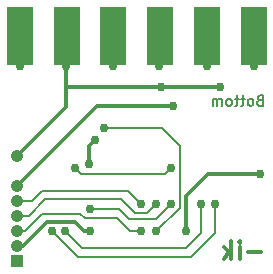
<source format=gbl>
G04 #@! TF.FileFunction,Copper,L2,Bot,Signal*
%FSLAX46Y46*%
G04 Gerber Fmt 4.6, Leading zero omitted, Abs format (unit mm)*
G04 Created by KiCad (PCBNEW 4.0.5) date 11/08/17 14:45:23*
%MOMM*%
%LPD*%
G01*
G04 APERTURE LIST*
%ADD10C,0.100000*%
%ADD11C,0.300000*%
%ADD12C,0.203200*%
%ADD13R,1.041400X1.041400*%
%ADD14C,1.041400*%
%ADD15R,2.250000X5.000000*%
%ADD16C,0.762000*%
%ADD17C,0.304800*%
G04 APERTURE END LIST*
D10*
D11*
X195845714Y-61067143D02*
X194702857Y-61067143D01*
X193988571Y-61638571D02*
X193988571Y-60638571D01*
X193988571Y-60138571D02*
X194060000Y-60210000D01*
X193988571Y-60281429D01*
X193917143Y-60210000D01*
X193988571Y-60138571D01*
X193988571Y-60281429D01*
X193274285Y-61638571D02*
X193274285Y-60138571D01*
X193131428Y-61067143D02*
X192702857Y-61638571D01*
X192702857Y-60638571D02*
X193274285Y-61210000D01*
D12*
X195707000Y-48196500D02*
X195580000Y-48238833D01*
X195537667Y-48281167D01*
X195495333Y-48365833D01*
X195495333Y-48492833D01*
X195537667Y-48577500D01*
X195580000Y-48619833D01*
X195664667Y-48662167D01*
X196003333Y-48662167D01*
X196003333Y-47773167D01*
X195707000Y-47773167D01*
X195622333Y-47815500D01*
X195580000Y-47857833D01*
X195537667Y-47942500D01*
X195537667Y-48027167D01*
X195580000Y-48111833D01*
X195622333Y-48154167D01*
X195707000Y-48196500D01*
X196003333Y-48196500D01*
X194987333Y-48662167D02*
X195072000Y-48619833D01*
X195114333Y-48577500D01*
X195156667Y-48492833D01*
X195156667Y-48238833D01*
X195114333Y-48154167D01*
X195072000Y-48111833D01*
X194987333Y-48069500D01*
X194860333Y-48069500D01*
X194775667Y-48111833D01*
X194733333Y-48154167D01*
X194691000Y-48238833D01*
X194691000Y-48492833D01*
X194733333Y-48577500D01*
X194775667Y-48619833D01*
X194860333Y-48662167D01*
X194987333Y-48662167D01*
X194437000Y-48069500D02*
X194098334Y-48069500D01*
X194310000Y-47773167D02*
X194310000Y-48535167D01*
X194267667Y-48619833D01*
X194183000Y-48662167D01*
X194098334Y-48662167D01*
X193929000Y-48069500D02*
X193590334Y-48069500D01*
X193802000Y-47773167D02*
X193802000Y-48535167D01*
X193759667Y-48619833D01*
X193675000Y-48662167D01*
X193590334Y-48662167D01*
X193167000Y-48662167D02*
X193251667Y-48619833D01*
X193294000Y-48577500D01*
X193336334Y-48492833D01*
X193336334Y-48238833D01*
X193294000Y-48154167D01*
X193251667Y-48111833D01*
X193167000Y-48069500D01*
X193040000Y-48069500D01*
X192955334Y-48111833D01*
X192913000Y-48154167D01*
X192870667Y-48238833D01*
X192870667Y-48492833D01*
X192913000Y-48577500D01*
X192955334Y-48619833D01*
X193040000Y-48662167D01*
X193167000Y-48662167D01*
X192489667Y-48662167D02*
X192489667Y-48069500D01*
X192489667Y-48154167D02*
X192447334Y-48111833D01*
X192362667Y-48069500D01*
X192235667Y-48069500D01*
X192151001Y-48111833D01*
X192108667Y-48196500D01*
X192108667Y-48662167D01*
X192108667Y-48196500D02*
X192066334Y-48111833D01*
X191981667Y-48069500D01*
X191854667Y-48069500D01*
X191770001Y-48111833D01*
X191727667Y-48196500D01*
X191727667Y-48662167D01*
D13*
X175133000Y-61849000D03*
D14*
X175133000Y-60579000D03*
X175133000Y-59309000D03*
X175133000Y-58039000D03*
X175133000Y-56769000D03*
X175133000Y-55499000D03*
X175133000Y-52959000D03*
D15*
X175387000Y-42746000D03*
X179349400Y-42746000D03*
X183311800Y-42746000D03*
X187274200Y-42746000D03*
X191236600Y-42746000D03*
X195199000Y-42746000D03*
D16*
X186944919Y-59307089D03*
X182536915Y-50576113D03*
X181737000Y-51562000D03*
X181229000Y-53594000D03*
X181353392Y-59305159D03*
X189484446Y-59309383D03*
X195683497Y-54475953D03*
X175387000Y-45339000D03*
X187198000Y-45339000D03*
X188341008Y-48725189D03*
X195199000Y-45339000D03*
X191262000Y-45339000D03*
X192338751Y-47067834D03*
X187340069Y-47070951D03*
X179324000Y-45339000D03*
X186944778Y-57021161D03*
X183261000Y-45339000D03*
X185674000Y-57023000D03*
X185671857Y-59308063D03*
X178106488Y-59290393D03*
X191897000Y-57023000D03*
X179229177Y-59272572D03*
X190754000Y-57023000D03*
X181356700Y-57403417D03*
X188176579Y-57015145D03*
X180046732Y-53936047D03*
X188214000Y-53924210D03*
D12*
X182536915Y-50576113D02*
X187450863Y-50576113D01*
X187450863Y-50576113D02*
X188944750Y-52070000D01*
X188944750Y-52070000D02*
X188944750Y-57307258D01*
X188944750Y-57307258D02*
X186944919Y-59307089D01*
D17*
X181353392Y-59305159D02*
X180814577Y-59305159D01*
X180814577Y-59305159D02*
X180027395Y-58517977D01*
X180027395Y-58517977D02*
X177684932Y-58517977D01*
X177684932Y-58517977D02*
X175628945Y-60573964D01*
X175628945Y-60573964D02*
X175138036Y-60573964D01*
X175138036Y-60573964D02*
X175133000Y-60579000D01*
X181737000Y-51562000D02*
X181229000Y-52070000D01*
X181229000Y-53594000D02*
X181229000Y-52070000D01*
X195683497Y-54475953D02*
X191356872Y-54475953D01*
X191356872Y-54475953D02*
X189484446Y-56348379D01*
X189484446Y-56348379D02*
X189484446Y-59309383D01*
X175387000Y-42746000D02*
X175387000Y-45339000D01*
D12*
X187198000Y-45339000D02*
X187198000Y-42822200D01*
X187198000Y-42822200D02*
X187274200Y-42746000D01*
D17*
X181906811Y-48725189D02*
X188341008Y-48725189D01*
X175133000Y-55499000D02*
X181906811Y-48725189D01*
D12*
X195199000Y-42746000D02*
X195199000Y-45339000D01*
X191236600Y-42746000D02*
X191236600Y-45313600D01*
X191236600Y-45313600D02*
X191262000Y-45339000D01*
D17*
X179324000Y-48768000D02*
X179324000Y-47117000D01*
X179324000Y-47117000D02*
X179324000Y-45339000D01*
X187340069Y-47070951D02*
X179370049Y-47070951D01*
X179370049Y-47070951D02*
X179324000Y-47117000D01*
X175133000Y-52959000D02*
X179324000Y-48768000D01*
X192335634Y-47070951D02*
X192338751Y-47067834D01*
X187340069Y-47070951D02*
X192335634Y-47070951D01*
X179324000Y-45339000D02*
X179324000Y-42771400D01*
X179324000Y-42771400D02*
X179349400Y-42746000D01*
D12*
X175133000Y-58039000D02*
X176133340Y-58039000D01*
X176133340Y-58039000D02*
X177559936Y-56612404D01*
X177559936Y-56612404D02*
X183993404Y-56612404D01*
X183993404Y-56612404D02*
X185166000Y-57785000D01*
X185166000Y-57785000D02*
X186180939Y-57785000D01*
X186180939Y-57785000D02*
X186944778Y-57021161D01*
X183311800Y-42746000D02*
X183311800Y-45288200D01*
X183311800Y-45288200D02*
X183261000Y-45339000D01*
X175133000Y-56769000D02*
X176403000Y-56769000D01*
X176403000Y-56769000D02*
X177249335Y-55922665D01*
X177249335Y-55922665D02*
X184573665Y-55922665D01*
X184573665Y-55922665D02*
X185674000Y-57023000D01*
X185671857Y-59308063D02*
X184743957Y-59308063D01*
X184743957Y-59308063D02*
X183652683Y-58216789D01*
X183652683Y-58216789D02*
X180902424Y-58216789D01*
X180902424Y-58216789D02*
X180521424Y-57835789D01*
X180521424Y-57835789D02*
X177282448Y-57835789D01*
X177282448Y-57835789D02*
X175808516Y-59309721D01*
X175808516Y-59309721D02*
X175133721Y-59309721D01*
X175133721Y-59309721D02*
X175133000Y-59309000D01*
X180316066Y-61499971D02*
X178106488Y-59290393D01*
X189863132Y-61499971D02*
X180316066Y-61499971D01*
X191897000Y-59466103D02*
X189863132Y-61499971D01*
X191897000Y-57023000D02*
X191897000Y-59466103D01*
X180690190Y-60733585D02*
X179229177Y-59272572D01*
X189456415Y-60733585D02*
X180690190Y-60733585D01*
X190754000Y-57023000D02*
X190754000Y-59436000D01*
X190754000Y-59436000D02*
X189456415Y-60733585D01*
X183763487Y-57403417D02*
X181356700Y-57403417D01*
X184653070Y-58293000D02*
X183763487Y-57403417D01*
X186898724Y-58293000D02*
X184653070Y-58293000D01*
X188176579Y-57015145D02*
X186898724Y-58293000D01*
X180593685Y-54483000D02*
X187655210Y-54483000D01*
X187655210Y-54483000D02*
X188214000Y-53924210D01*
X180046732Y-53936047D02*
X180593685Y-54483000D01*
M02*

</source>
